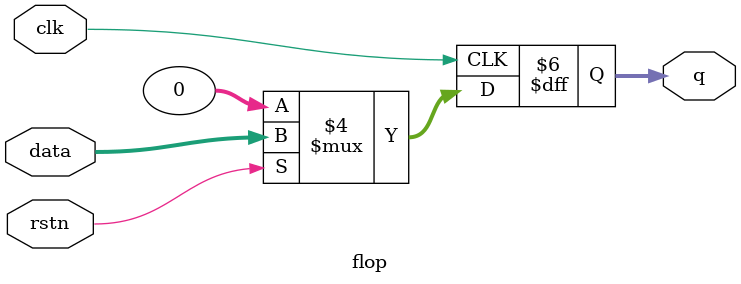
<source format=sv>
`timescale 1ns / 1ps


module mux2
    #(parameter WIDTH = 32)
     (input wire [WIDTH-1:0] data0, data1,
      input wire s,
      output wire [WIDTH-1:0] data);

    assign data = s ? data1 : data0;
endmodule

module mux4
    #(parameter WIDTH = 32)
     (input wire [WIDTH-1:0] data0, data1, data2, data3,
      input wire [1:0] s,
      output wire [WIDTH-1:0] data);

    assign data = s == 2'b00 ? data0 :
                  s == 2'b01 ? data1 :
                  s == 2'b10 ? data2 :
                  data3; // s == 2'b11
endmodule

module flop
    #(parameter WIDTH = 32) 
    (input wire clk,
     input wire rstn,
     input wire [WIDTH-1:0] data,
     output reg [WIDTH-1:0] q);

    always_ff @(posedge clk) begin
        if (~rstn) q <= 0;
        else       q <= data;
    end
    
endmodule

</source>
